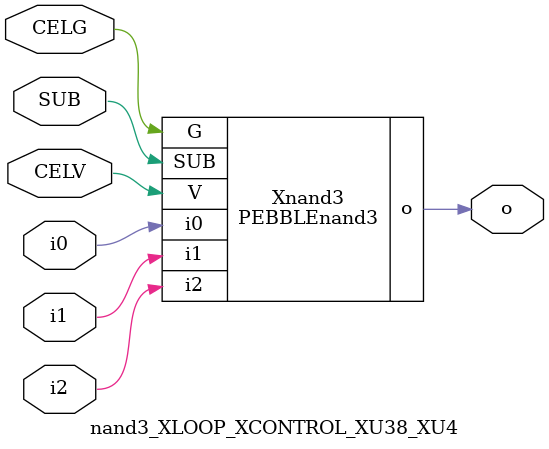
<source format=v>



module PEBBLEnand3 ( o, G, SUB, V, i0, i1, i2 );

  input i0;
  input V;
  input i2;
  input i1;
  input G;
  output o;
  input SUB;
endmodule

//Celera Confidential Do Not Copy nand3_XLOOP_XCONTROL_XU38_XU4
//Celera Confidential Symbol Generator
//5V Inverter
module nand3_XLOOP_XCONTROL_XU38_XU4 (CELV,CELG,i0,i1,i2,o,SUB);
input CELV;
input CELG;
input i0;
input i1;
input i2;
input SUB;
output o;

//Celera Confidential Do Not Copy nand3
PEBBLEnand3 Xnand3(
.V (CELV),
.i0 (i0),
.i1 (i1),
.i2 (i2),
.o (o),
.SUB (SUB),
.G (CELG)
);
//,diesize,PEBBLEnand3

//Celera Confidential Do Not Copy Module End
//Celera Schematic Generator
endmodule

</source>
